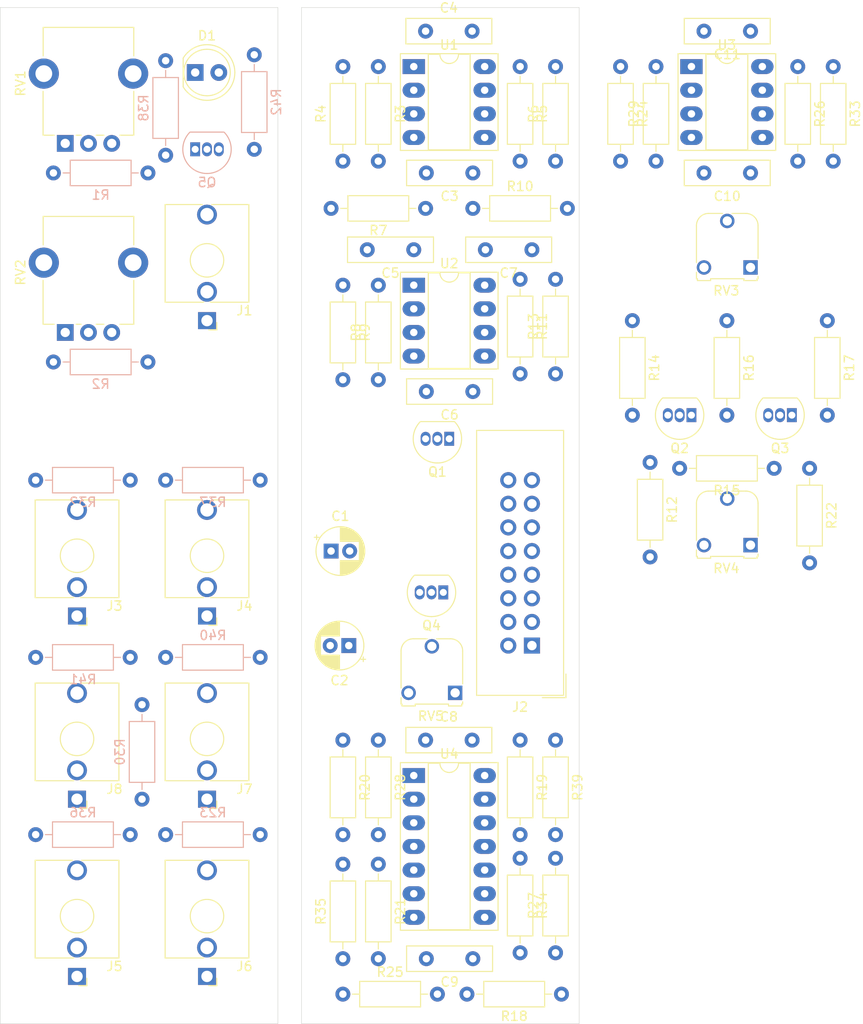
<source format=kicad_pcb>
(kicad_pcb (version 20171130) (host pcbnew "(5.1.2)-2")
  (layers (0 F.Cu signal) (31 B.Cu signal) (34 B.Paste user) (35 F.Paste user) (36 B.SilkS user) (37 F.SilkS user) (38 B.Mask user) (39 F.Mask user) (44 Edge.Cuts user))
  (net 0 "")
  (net 1 GND)
  (net 2 +12V)
  (net 3 -12V)
  (net 4 "Net-(C7-Pad2)")
  (net 5 "Net-(C7-Pad1)")
  (net 6 "Net-(D1-Pad1)")
  (net 7 "Net-(J1-PadT)")
  (net 8 "Net-(J2-Pad16)")
  (net 9 "Net-(J2-Pad15)")
  (net 10 "Net-(J2-Pad14)")
  (net 11 "Net-(J2-Pad13)")
  (net 12 "Net-(J2-Pad12)")
  (net 13 "Net-(J2-Pad11)")
  (net 14 "Net-(J3-PadT)")
  (net 15 "Net-(J4-PadT)")
  (net 16 "Net-(J5-PadT)")
  (net 17 "Net-(J6-PadT)")
  (net 18 "Net-(J7-PadT)")
  (net 19 "Net-(J8-PadT)")
  (net 20 "Net-(Q1-Pad1)")
  (net 21 "Net-(Q1-Pad2)")
  (net 22 "Net-(Q2-Pad1)")
  (net 23 "Net-(Q2-Pad3)")
  (net 24 "Net-(Q2-Pad2)")
  (net 25 "Net-(Q3-Pad1)")
  (net 26 "Net-(Q3-Pad3)")
  (net 27 "Net-(Q3-Pad2)")
  (net 28 "Net-(Q4-Pad1)")
  (net 29 "Net-(Q4-Pad2)")
  (net 30 "Net-(Q5-Pad3)")
  (net 31 "Net-(Q5-Pad2)")
  (net 32 "Net-(R1-Pad2)")
  (net 33 "Net-(R1-Pad1)")
  (net 34 "Net-(R2-Pad2)")
  (net 35 "Net-(R3-Pad1)")
  (net 36 "Net-(R4-Pad1)")
  (net 37 "Net-(R5-Pad1)")
  (net 38 "Net-(R7-Pad1)")
  (net 39 "Net-(R10-Pad2)")
  (net 40 "Net-(R11-Pad2)")
  (net 41 "Net-(R16-Pad2)")
  (net 42 "Net-(R19-Pad2)")
  (net 43 "Net-(R20-Pad2)")
  (net 44 "Net-(R25-Pad2)")
  (net 45 "Net-(R26-Pad1)")
  (net 46 "Net-(R27-Pad2)")
  (net 47 "Net-(R27-Pad1)")
  (net 48 "Net-(R28-Pad2)")
  (net 49 "Net-(R29-Pad1)")
  (net 50 "Net-(R33-Pad1)")
  (net 51 "Net-(R34-Pad2)")
  (net 52 "Net-(R35-Pad2)")
  (net 53 "Net-(R39-Pad1)")
  (net 54 "Net-(RV5-Pad3)")
  (module Resistor_THT:R_Axial_DIN0207_L6.3mm_D2.5mm_P10.16mm_Horizontal (layer B.Cu) (at 88.265 73.66)
    (fp_text reference R37 (at 5.08 2.37) (layer B.SilkS) (effects (justify mirror)))
    (fp_text value 1k)
    (pad 2 thru_hole oval (at 10.16 0) (size 1.6 1.6) (drill 0.8) (layers *.Cu *.Mask) (net 50 "Net-(R33-Pad1)"))
    (pad 1 thru_hole circle (at 0 0) (size 1.6 1.6) (drill 0.8) (layers *.Cu *.Mask) (net 15 "Net-(J4-PadT)"))
  )
  (module Resistor_THT:R_Axial_DIN0207_L6.3mm_D2.5mm_P10.16mm_Horizontal (layer F.Cu) (at 107.315 128.905)
    (fp_text reference R25 (at 5.08 -2.37 180) (layer F.SilkS))
    (fp_text value 100k)
    (pad 2 thru_hole oval (at 10.16 0) (size 1.6 1.6) (drill 0.8) (layers *.Cu *.Mask) (net 44 "Net-(R25-Pad2)"))
    (pad 1 thru_hole circle (at 0 0) (size 1.6 1.6) (drill 0.8) (layers *.Cu *.Mask) (net 43 "Net-(R20-Pad2)"))
  )
  (module Resistor_THT:R_Axial_DIN0207_L6.3mm_D2.5mm_P10.16mm_Horizontal (layer B.Cu) (at 97.79 38.1 90)
    (fp_text reference R42 (at 5.08 2.37 90) (layer B.SilkS) (effects (justify mirror)))
    (fp_text value 1k)
    (pad 2 thru_hole oval (at 10.16 0 90) (size 1.6 1.6) (drill 0.8) (layers *.Cu *.Mask) (net 1 GND))
    (pad 1 thru_hole circle (at 0 0 90) (size 1.6 1.6) (drill 0.8) (layers *.Cu *.Mask) (net 30 "Net-(Q5-Pad3)"))
  )
  (module Resistor_THT:R_Axial_DIN0207_L6.3mm_D2.5mm_P10.16mm_Horizontal (layer B.Cu) (at 74.295 92.71)
    (fp_text reference R41 (at 5.08 2.37) (layer B.SilkS) (effects (justify mirror)))
    (fp_text value 1k)
    (pad 2 thru_hole oval (at 10.16 0) (size 1.6 1.6) (drill 0.8) (layers *.Cu *.Mask) (net 53 "Net-(R39-Pad1)"))
    (pad 1 thru_hole circle (at 0 0) (size 1.6 1.6) (drill 0.8) (layers *.Cu *.Mask) (net 19 "Net-(J8-PadT)"))
  )
  (module Resistor_THT:R_Axial_DIN0207_L6.3mm_D2.5mm_P10.16mm_Horizontal (layer B.Cu) (at 98.425 92.71 180)
    (fp_text reference R40 (at 5.08 2.37) (layer B.SilkS) (effects (justify mirror)))
    (fp_text value 1k)
    (pad 2 thru_hole oval (at 10.16 0 180) (size 1.6 1.6) (drill 0.8) (layers *.Cu *.Mask) (net 18 "Net-(J7-PadT)"))
    (pad 1 thru_hole circle (at 0 0 180) (size 1.6 1.6) (drill 0.8) (layers *.Cu *.Mask) (net 51 "Net-(R34-Pad2)"))
  )
  (module Resistor_THT:R_Axial_DIN0207_L6.3mm_D2.5mm_P10.16mm_Horizontal (layer F.Cu) (at 130.175 101.6 270)
    (fp_text reference R39 (at 5.08 -2.37 270) (layer F.SilkS))
    (fp_text value 10k)
    (pad 2 thru_hole oval (at 10.16 0 270) (size 1.6 1.6) (drill 0.8) (layers *.Cu *.Mask) (net 52 "Net-(R35-Pad2)"))
    (pad 1 thru_hole circle (at 0 0 270) (size 1.6 1.6) (drill 0.8) (layers *.Cu *.Mask) (net 53 "Net-(R39-Pad1)"))
  )
  (module Resistor_THT:R_Axial_DIN0207_L6.3mm_D2.5mm_P10.16mm_Horizontal (layer B.Cu) (at 88.265 28.575 270)
    (fp_text reference R38 (at 5.08 2.37 90) (layer B.SilkS) (effects (justify mirror)))
    (fp_text value 10k)
    (pad 2 thru_hole oval (at 10.16 0 270) (size 1.6 1.6) (drill 0.8) (layers *.Cu *.Mask) (net 31 "Net-(Q5-Pad2)"))
    (pad 1 thru_hole circle (at 0 0 270) (size 1.6 1.6) (drill 0.8) (layers *.Cu *.Mask) (net 5 "Net-(C7-Pad1)"))
  )
  (module Resistor_THT:R_Axial_DIN0207_L6.3mm_D2.5mm_P10.16mm_Horizontal (layer B.Cu) (at 84.455 111.76 180)
    (fp_text reference R36 (at 5.08 2.37) (layer B.SilkS) (effects (justify mirror)))
    (fp_text value 1k)
    (pad 2 thru_hole oval (at 10.16 0 180) (size 1.6 1.6) (drill 0.8) (layers *.Cu *.Mask) (net 16 "Net-(J5-PadT)"))
    (pad 1 thru_hole circle (at 0 0 180) (size 1.6 1.6) (drill 0.8) (layers *.Cu *.Mask) (net 5 "Net-(C7-Pad1)"))
  )
  (module Resistor_THT:R_Axial_DIN0207_L6.3mm_D2.5mm_P10.16mm_Horizontal (layer F.Cu) (at 107.315 125.095 90)
    (fp_text reference R35 (at 5.08 -2.37 270) (layer F.SilkS))
    (fp_text value 10k)
    (pad 2 thru_hole oval (at 10.16 0 90) (size 1.6 1.6) (drill 0.8) (layers *.Cu *.Mask) (net 52 "Net-(R35-Pad2)"))
    (pad 1 thru_hole circle (at 0 0 90) (size 1.6 1.6) (drill 0.8) (layers *.Cu *.Mask) (net 51 "Net-(R34-Pad2)"))
  )
  (module Resistor_THT:R_Axial_DIN0207_L6.3mm_D2.5mm_P10.16mm_Horizontal (layer F.Cu) (at 126.365 114.3 270)
    (fp_text reference R34 (at 5.08 -2.37 270) (layer F.SilkS))
    (fp_text value 10k)
    (pad 2 thru_hole oval (at 10.16 0 270) (size 1.6 1.6) (drill 0.8) (layers *.Cu *.Mask) (net 51 "Net-(R34-Pad2)"))
    (pad 1 thru_hole circle (at 0 0 270) (size 1.6 1.6) (drill 0.8) (layers *.Cu *.Mask) (net 48 "Net-(R28-Pad2)"))
  )
  (module Resistor_THT:R_Axial_DIN0207_L6.3mm_D2.5mm_P10.16mm_Horizontal (layer F.Cu) (at 160.02 29.21 270)
    (fp_text reference R33 (at 5.08 -2.37 270) (layer F.SilkS))
    (fp_text value 10k)
    (pad 2 thru_hole oval (at 10.16 0 270) (size 1.6 1.6) (drill 0.8) (layers *.Cu *.Mask) (net 49 "Net-(R29-Pad1)"))
    (pad 1 thru_hole circle (at 0 0 270) (size 1.6 1.6) (drill 0.8) (layers *.Cu *.Mask) (net 50 "Net-(R33-Pad1)"))
  )
  (module Resistor_THT:R_Axial_DIN0207_L6.3mm_D2.5mm_P10.16mm_Horizontal (layer B.Cu) (at 74.295 73.66)
    (fp_text reference R32 (at 5.08 2.37) (layer B.SilkS) (effects (justify mirror)))
    (fp_text value 1k)
    (pad 2 thru_hole oval (at 10.16 0) (size 1.6 1.6) (drill 0.8) (layers *.Cu *.Mask) (net 45 "Net-(R26-Pad1)"))
    (pad 1 thru_hole circle (at 0 0) (size 1.6 1.6) (drill 0.8) (layers *.Cu *.Mask) (net 14 "Net-(J3-PadT)"))
  )
  (module Resistor_THT:R_Axial_DIN0207_L6.3mm_D2.5mm_P10.16mm_Horizontal (layer B.Cu) (at 85.725 97.79 270)
    (fp_text reference R30 (at 5.08 2.37 90) (layer B.SilkS) (effects (justify mirror)))
    (fp_text value 100k)
    (pad 2 thru_hole oval (at 10.16 0 270) (size 1.6 1.6) (drill 0.8) (layers *.Cu *.Mask) (net 1 GND))
    (pad 1 thru_hole circle (at 0 0 270) (size 1.6 1.6) (drill 0.8) (layers *.Cu *.Mask) (net 17 "Net-(J6-PadT)"))
  )
  (module Resistor_THT:R_Axial_DIN0207_L6.3mm_D2.5mm_P10.16mm_Horizontal (layer F.Cu) (at 140.97 39.37 90)
    (fp_text reference R29 (at 5.08 -2.37 270) (layer F.SilkS))
    (fp_text value 10k)
    (pad 2 thru_hole oval (at 10.16 0 90) (size 1.6 1.6) (drill 0.8) (layers *.Cu *.Mask) (net 45 "Net-(R26-Pad1)"))
    (pad 1 thru_hole circle (at 0 0 90) (size 1.6 1.6) (drill 0.8) (layers *.Cu *.Mask) (net 49 "Net-(R29-Pad1)"))
  )
  (module Resistor_THT:R_Axial_DIN0207_L6.3mm_D2.5mm_P10.16mm_Horizontal (layer F.Cu) (at 111.125 101.6 270)
    (fp_text reference R28 (at 5.08 -2.37 270) (layer F.SilkS))
    (fp_text value 20k)
    (pad 2 thru_hole oval (at 10.16 0 270) (size 1.6 1.6) (drill 0.8) (layers *.Cu *.Mask) (net 48 "Net-(R28-Pad2)"))
    (pad 1 thru_hole circle (at 0 0 270) (size 1.6 1.6) (drill 0.8) (layers *.Cu *.Mask) (net 44 "Net-(R25-Pad2)"))
  )
  (module Resistor_THT:R_Axial_DIN0207_L6.3mm_D2.5mm_P10.16mm_Horizontal (layer F.Cu) (at 130.175 124.46 90)
    (fp_text reference R27 (at 5.08 -2.37 270) (layer F.SilkS))
    (fp_text value 50k)
    (pad 2 thru_hole oval (at 10.16 0 90) (size 1.6 1.6) (drill 0.8) (layers *.Cu *.Mask) (net 46 "Net-(R27-Pad2)"))
    (pad 1 thru_hole circle (at 0 0 90) (size 1.6 1.6) (drill 0.8) (layers *.Cu *.Mask) (net 47 "Net-(R27-Pad1)"))
  )
  (module Resistor_THT:R_Axial_DIN0207_L6.3mm_D2.5mm_P10.16mm_Horizontal (layer F.Cu) (at 156.21 29.21 270)
    (fp_text reference R26 (at 5.08 -2.37 270) (layer F.SilkS))
    (fp_text value 33k)
    (pad 2 thru_hole oval (at 10.16 0 270) (size 1.6 1.6) (drill 0.8) (layers *.Cu *.Mask) (net 22 "Net-(Q2-Pad1)"))
    (pad 1 thru_hole circle (at 0 0 270) (size 1.6 1.6) (drill 0.8) (layers *.Cu *.Mask) (net 45 "Net-(R26-Pad1)"))
  )
  (module Resistor_THT:R_Axial_DIN0207_L6.3mm_D2.5mm_P10.16mm_Horizontal (layer F.Cu) (at 137.16 29.21 270)
    (fp_text reference R24 (at 5.08 -2.37 270) (layer F.SilkS))
    (fp_text value 33k)
    (pad 2 thru_hole oval (at 10.16 0 270) (size 1.6 1.6) (drill 0.8) (layers *.Cu *.Mask) (net 1 GND))
    (pad 1 thru_hole circle (at 0 0 270) (size 1.6 1.6) (drill 0.8) (layers *.Cu *.Mask) (net 25 "Net-(Q3-Pad1)"))
  )
  (module Resistor_THT:R_Axial_DIN0207_L6.3mm_D2.5mm_P10.16mm_Horizontal (layer B.Cu) (at 98.425 111.76 180)
    (fp_text reference R23 (at 5.08 2.37) (layer B.SilkS) (effects (justify mirror)))
    (fp_text value 100k)
    (pad 2 thru_hole oval (at 10.16 0 180) (size 1.6 1.6) (drill 0.8) (layers *.Cu *.Mask) (net 17 "Net-(J6-PadT)"))
    (pad 1 thru_hole circle (at 0 0 180) (size 1.6 1.6) (drill 0.8) (layers *.Cu *.Mask) (net 39 "Net-(R10-Pad2)"))
  )
  (module Resistor_THT:R_Axial_DIN0207_L6.3mm_D2.5mm_P10.16mm_Horizontal (layer F.Cu) (at 157.48 72.39 270)
    (fp_text reference R22 (at 5.08 -2.37 270) (layer F.SilkS))
    (fp_text value 470)
    (pad 2 thru_hole oval (at 10.16 0 270) (size 1.6 1.6) (drill 0.8) (layers *.Cu *.Mask) (net 1 GND))
    (pad 1 thru_hole circle (at 0 0 270) (size 1.6 1.6) (drill 0.8) (layers *.Cu *.Mask) (net 27 "Net-(Q3-Pad2)"))
  )
  (module Resistor_THT:R_Axial_DIN0207_L6.3mm_D2.5mm_P10.16mm_Horizontal (layer F.Cu) (at 111.125 114.935 270)
    (fp_text reference R21 (at 5.08 -2.37 270) (layer F.SilkS))
    (fp_text value 100k)
    (pad 2 thru_hole oval (at 10.16 0 270) (size 1.6 1.6) (drill 0.8) (layers *.Cu *.Mask) (net 28 "Net-(Q4-Pad1)"))
    (pad 1 thru_hole circle (at 0 0 270) (size 1.6 1.6) (drill 0.8) (layers *.Cu *.Mask) (net 5 "Net-(C7-Pad1)"))
  )
  (module Resistor_THT:R_Axial_DIN0207_L6.3mm_D2.5mm_P10.16mm_Horizontal (layer F.Cu) (at 107.315 101.6 270)
    (fp_text reference R20 (at 5.08 -2.37 270) (layer F.SilkS))
    (fp_text value 100k)
    (pad 2 thru_hole oval (at 10.16 0 270) (size 1.6 1.6) (drill 0.8) (layers *.Cu *.Mask) (net 43 "Net-(R20-Pad2)"))
    (pad 1 thru_hole circle (at 0 0 270) (size 1.6 1.6) (drill 0.8) (layers *.Cu *.Mask) (net 5 "Net-(C7-Pad1)"))
  )
  (module Resistor_THT:R_Axial_DIN0207_L6.3mm_D2.5mm_P10.16mm_Horizontal (layer F.Cu) (at 126.365 101.6 270)
    (fp_text reference R19 (at 5.08 -2.37 270) (layer F.SilkS))
    (fp_text value 100k)
    (pad 2 thru_hole oval (at 10.16 0 270) (size 1.6 1.6) (drill 0.8) (layers *.Cu *.Mask) (net 42 "Net-(R19-Pad2)"))
    (pad 1 thru_hole circle (at 0 0 270) (size 1.6 1.6) (drill 0.8) (layers *.Cu *.Mask) (net 39 "Net-(R10-Pad2)"))
  )
  (module Resistor_THT:R_Axial_DIN0207_L6.3mm_D2.5mm_P10.16mm_Horizontal (layer F.Cu) (at 130.81 128.905 180)
    (fp_text reference R18 (at 5.08 -2.37 180) (layer F.SilkS))
    (fp_text value 10k)
    (pad 2 thru_hole oval (at 10.16 0 180) (size 1.6 1.6) (drill 0.8) (layers *.Cu *.Mask) (net 29 "Net-(Q4-Pad2)"))
    (pad 1 thru_hole circle (at 0 0 180) (size 1.6 1.6) (drill 0.8) (layers *.Cu *.Mask) (net 39 "Net-(R10-Pad2)"))
  )
  (module Resistor_THT:R_Axial_DIN0207_L6.3mm_D2.5mm_P10.16mm_Horizontal (layer F.Cu) (at 159.385 56.515 270)
    (fp_text reference R17 (at 5.08 -2.37 270) (layer F.SilkS))
    (fp_text value 10k)
    (pad 2 thru_hole oval (at 10.16 0 270) (size 1.6 1.6) (drill 0.8) (layers *.Cu *.Mask) (net 25 "Net-(Q3-Pad1)"))
    (pad 1 thru_hole circle (at 0 0 270) (size 1.6 1.6) (drill 0.8) (layers *.Cu *.Mask) (net 2 +12V))
  )
  (module Resistor_THT:R_Axial_DIN0207_L6.3mm_D2.5mm_P10.16mm_Horizontal (layer F.Cu) (at 148.59 56.515 270)
    (fp_text reference R16 (at 5.08 -2.37 270) (layer F.SilkS))
    (fp_text value 68k)
    (pad 2 thru_hole oval (at 10.16 0 270) (size 1.6 1.6) (drill 0.8) (layers *.Cu *.Mask) (net 41 "Net-(R16-Pad2)"))
    (pad 1 thru_hole circle (at 0 0 270) (size 1.6 1.6) (drill 0.8) (layers *.Cu *.Mask) (net 3 -12V))
  )
  (module Resistor_THT:R_Axial_DIN0207_L6.3mm_D2.5mm_P10.16mm_Horizontal (layer F.Cu) (at 153.67 72.39 180)
    (fp_text reference R15 (at 5.08 -2.37 180) (layer F.SilkS))
    (fp_text value 220)
    (pad 2 thru_hole oval (at 10.16 0 180) (size 1.6 1.6) (drill 0.8) (layers *.Cu *.Mask) (net 23 "Net-(Q2-Pad3)"))
    (pad 1 thru_hole circle (at 0 0 180) (size 1.6 1.6) (drill 0.8) (layers *.Cu *.Mask) (net 26 "Net-(Q3-Pad3)"))
  )
  (module Resistor_THT:R_Axial_DIN0207_L6.3mm_D2.5mm_P10.16mm_Horizontal (layer F.Cu) (at 138.43 56.515 270)
    (fp_text reference R14 (at 5.08 -2.37 90) (layer F.SilkS))
    (fp_text value 10k)
    (pad 2 thru_hole oval (at 10.16 0 270) (size 1.6 1.6) (drill 0.8) (layers *.Cu *.Mask) (net 22 "Net-(Q2-Pad1)"))
    (pad 1 thru_hole circle (at 0 0 270) (size 1.6 1.6) (drill 0.8) (layers *.Cu *.Mask) (net 2 +12V))
  )
  (module Resistor_THT:R_Axial_DIN0207_L6.3mm_D2.5mm_P10.16mm_Horizontal (layer F.Cu) (at 130.175 62.23 90)
    (fp_text reference R13 (at 5.08 -2.37 -90) (layer F.SilkS))
    (fp_text value 47k)
    (pad 2 thru_hole oval (at 10.16 0 90) (size 1.6 1.6) (drill 0.8) (layers *.Cu *.Mask) (net 39 "Net-(R10-Pad2)"))
    (pad 1 thru_hole circle (at 0 0 90) (size 1.6 1.6) (drill 0.8) (layers *.Cu *.Mask) (net 40 "Net-(R11-Pad2)"))
  )
  (module Resistor_THT:R_Axial_DIN0207_L6.3mm_D2.5mm_P10.16mm_Horizontal (layer F.Cu) (at 140.335 71.755 270)
    (fp_text reference R12 (at 5.08 -2.37 270) (layer F.SilkS))
    (fp_text value 470)
    (pad 2 thru_hole oval (at 10.16 0 270) (size 1.6 1.6) (drill 0.8) (layers *.Cu *.Mask) (net 1 GND))
    (pad 1 thru_hole circle (at 0 0 270) (size 1.6 1.6) (drill 0.8) (layers *.Cu *.Mask) (net 24 "Net-(Q2-Pad2)"))
  )
  (module Resistor_THT:R_Axial_DIN0207_L6.3mm_D2.5mm_P10.16mm_Horizontal (layer F.Cu) (at 126.365 52.07 270)
    (fp_text reference R11 (at 5.08 -2.37 270) (layer F.SilkS))
    (fp_text value 47k)
    (pad 2 thru_hole oval (at 10.16 0 270) (size 1.6 1.6) (drill 0.8) (layers *.Cu *.Mask) (net 40 "Net-(R11-Pad2)"))
    (pad 1 thru_hole circle (at 0 0 270) (size 1.6 1.6) (drill 0.8) (layers *.Cu *.Mask) (net 1 GND))
  )
  (module Resistor_THT:R_Axial_DIN0207_L6.3mm_D2.5mm_P10.16mm_Horizontal (layer F.Cu) (at 121.285 44.45)
    (fp_text reference R10 (at 5.08 -2.37 180) (layer F.SilkS))
    (fp_text value 10k)
    (pad 2 thru_hole oval (at 10.16 0) (size 1.6 1.6) (drill 0.8) (layers *.Cu *.Mask) (net 39 "Net-(R10-Pad2)"))
    (pad 1 thru_hole circle (at 0 0) (size 1.6 1.6) (drill 0.8) (layers *.Cu *.Mask) (net 21 "Net-(Q1-Pad2)"))
  )
  (module Resistor_THT:R_Axial_DIN0207_L6.3mm_D2.5mm_P10.16mm_Horizontal (layer F.Cu) (at 107.315 52.705 270)
    (fp_text reference R9 (at 5.08 -2.37 270) (layer F.SilkS))
    (fp_text value 47k)
    (pad 2 thru_hole oval (at 10.16 0 270) (size 1.6 1.6) (drill 0.8) (layers *.Cu *.Mask) (net 38 "Net-(R7-Pad1)"))
    (pad 1 thru_hole circle (at 0 0 270) (size 1.6 1.6) (drill 0.8) (layers *.Cu *.Mask) (net 1 GND))
  )
  (module Resistor_THT:R_Axial_DIN0207_L6.3mm_D2.5mm_P10.16mm_Horizontal (layer F.Cu) (at 111.125 62.865 90)
    (fp_text reference R8 (at 5.08 -2.37 270) (layer F.SilkS))
    (fp_text value 47k)
    (pad 2 thru_hole oval (at 10.16 0 90) (size 1.6 1.6) (drill 0.8) (layers *.Cu *.Mask) (net 4 "Net-(C7-Pad2)"))
    (pad 1 thru_hole circle (at 0 0 90) (size 1.6 1.6) (drill 0.8) (layers *.Cu *.Mask) (net 20 "Net-(Q1-Pad1)"))
  )
  (module Resistor_THT:R_Axial_DIN0207_L6.3mm_D2.5mm_P10.16mm_Horizontal (layer F.Cu) (at 116.205 44.45 180)
    (fp_text reference R7 (at 5.08 -2.37 180) (layer F.SilkS))
    (fp_text value 47k)
    (pad 2 thru_hole oval (at 10.16 0 180) (size 1.6 1.6) (drill 0.8) (layers *.Cu *.Mask) (net 37 "Net-(R5-Pad1)"))
    (pad 1 thru_hole circle (at 0 0 180) (size 1.6 1.6) (drill 0.8) (layers *.Cu *.Mask) (net 38 "Net-(R7-Pad1)"))
  )
  (module Resistor_THT:R_Axial_DIN0207_L6.3mm_D2.5mm_P10.16mm_Horizontal (layer F.Cu) (at 130.175 39.37 90)
    (fp_text reference R6 (at 5.08 -2.37 90) (layer F.SilkS))
    (fp_text value 100k)
    (pad 2 thru_hole oval (at 10.16 0 90) (size 1.6 1.6) (drill 0.8) (layers *.Cu *.Mask) (net 37 "Net-(R5-Pad1)"))
    (pad 1 thru_hole circle (at 0 0 90) (size 1.6 1.6) (drill 0.8) (layers *.Cu *.Mask) (net 4 "Net-(C7-Pad2)"))
  )
  (module Resistor_THT:R_Axial_DIN0207_L6.3mm_D2.5mm_P10.16mm_Horizontal (layer F.Cu) (at 126.365 29.21 270)
    (fp_text reference R5 (at 5.08 -2.37 270) (layer F.SilkS))
    (fp_text value 100k)
    (pad 2 thru_hole oval (at 10.16 0 270) (size 1.6 1.6) (drill 0.8) (layers *.Cu *.Mask) (net 36 "Net-(R4-Pad1)"))
    (pad 1 thru_hole circle (at 0 0 270) (size 1.6 1.6) (drill 0.8) (layers *.Cu *.Mask) (net 37 "Net-(R5-Pad1)"))
  )
  (module Resistor_THT:R_Axial_DIN0207_L6.3mm_D2.5mm_P10.16mm_Horizontal (layer F.Cu) (at 107.315 39.37 90)
    (fp_text reference R4 (at 5.08 -2.37 90) (layer F.SilkS))
    (fp_text value 100k)
    (pad 2 thru_hole oval (at 10.16 0 90) (size 1.6 1.6) (drill 0.8) (layers *.Cu *.Mask) (net 35 "Net-(R3-Pad1)"))
    (pad 1 thru_hole circle (at 0 0 90) (size 1.6 1.6) (drill 0.8) (layers *.Cu *.Mask) (net 36 "Net-(R4-Pad1)"))
  )
  (module Resistor_THT:R_Axial_DIN0207_L6.3mm_D2.5mm_P10.16mm_Horizontal (layer F.Cu) (at 111.125 29.21 270)
    (fp_text reference R3 (at 5.08 -2.37 270) (layer F.SilkS))
    (fp_text value 100k)
    (pad 2 thru_hole oval (at 10.16 0 270) (size 1.6 1.6) (drill 0.8) (layers *.Cu *.Mask) (net 33 "Net-(R1-Pad1)"))
    (pad 1 thru_hole circle (at 0 0 270) (size 1.6 1.6) (drill 0.8) (layers *.Cu *.Mask) (net 35 "Net-(R3-Pad1)"))
  )
  (module Resistor_THT:R_Axial_DIN0207_L6.3mm_D2.5mm_P10.16mm_Horizontal (layer B.Cu) (at 76.2 60.96)
    (fp_text reference R2 (at 5.08 2.37) (layer B.SilkS) (effects (justify mirror)))
    (fp_text value 100k)
    (pad 2 thru_hole oval (at 10.16 0) (size 1.6 1.6) (drill 0.8) (layers *.Cu *.Mask) (net 34 "Net-(R2-Pad2)"))
    (pad 1 thru_hole circle (at 0 0) (size 1.6 1.6) (drill 0.8) (layers *.Cu *.Mask) (net 33 "Net-(R1-Pad1)"))
  )
  (module Resistor_THT:R_Axial_DIN0207_L6.3mm_D2.5mm_P10.16mm_Horizontal (layer B.Cu) (at 76.2 40.64)
    (fp_text reference R1 (at 5.08 2.37) (layer B.SilkS) (effects (justify mirror)))
    (fp_text value 100k)
    (pad 2 thru_hole oval (at 10.16 0) (size 1.6 1.6) (drill 0.8) (layers *.Cu *.Mask) (net 32 "Net-(R1-Pad2)"))
    (pad 1 thru_hole circle (at 0 0) (size 1.6 1.6) (drill 0.8) (layers *.Cu *.Mask) (net 33 "Net-(R1-Pad1)"))
  )
  (module Package_DIP:DIP-14_W7.62mm_Socket_LongPads (layer F.Cu) (at 114.935 105.41)
    (fp_text reference U4 (at 3.81 -2.33 180) (layer F.SilkS))
    (fp_text value TL074)
    (pad 14 thru_hole oval (at 7.62 0) (size 2.4 1.6) (drill 0.8) (layers *.Cu *.Mask) (net 53 "Net-(R39-Pad1)"))
    (pad 7 thru_hole oval (at 0 15.24) (size 2.4 1.6) (drill 0.8) (layers *.Cu *.Mask) (net 51 "Net-(R34-Pad2)"))
    (pad 13 thru_hole oval (at 7.62 2.54) (size 2.4 1.6) (drill 0.8) (layers *.Cu *.Mask) (net 52 "Net-(R35-Pad2)"))
    (pad 6 thru_hole oval (at 0 12.7) (size 2.4 1.6) (drill 0.8) (layers *.Cu *.Mask) (net 48 "Net-(R28-Pad2)"))
    (pad 12 thru_hole oval (at 7.62 5.08) (size 2.4 1.6) (drill 0.8) (layers *.Cu *.Mask) (net 1 GND))
    (pad 5 thru_hole oval (at 0 10.16) (size 2.4 1.6) (drill 0.8) (layers *.Cu *.Mask) (net 47 "Net-(R27-Pad1)"))
    (pad 11 thru_hole oval (at 7.62 7.62) (size 2.4 1.6) (drill 0.8) (layers *.Cu *.Mask) (net 3 -12V))
    (pad 4 thru_hole oval (at 0 7.62) (size 2.4 1.6) (drill 0.8) (layers *.Cu *.Mask) (net 2 +12V))
    (pad 10 thru_hole oval (at 7.62 10.16) (size 2.4 1.6) (drill 0.8) (layers *.Cu *.Mask) (net 42 "Net-(R19-Pad2)"))
    (pad 3 thru_hole oval (at 0 5.08) (size 2.4 1.6) (drill 0.8) (layers *.Cu *.Mask) (net 28 "Net-(Q4-Pad1)"))
    (pad 9 thru_hole oval (at 7.62 12.7) (size 2.4 1.6) (drill 0.8) (layers *.Cu *.Mask) (net 46 "Net-(R27-Pad2)"))
    (pad 2 thru_hole oval (at 0 2.54) (size 2.4 1.6) (drill 0.8) (layers *.Cu *.Mask) (net 43 "Net-(R20-Pad2)"))
    (pad 8 thru_hole oval (at 7.62 15.24) (size 2.4 1.6) (drill 0.8) (layers *.Cu *.Mask) (net 46 "Net-(R27-Pad2)"))
    (pad 1 thru_hole rect (at 0 0) (size 2.4 1.6) (drill 0.8) (layers *.Cu *.Mask) (net 44 "Net-(R25-Pad2)"))
  )
  (module Package_DIP:DIP-8_W7.62mm_Socket_LongPads (layer F.Cu) (at 144.78 29.21)
    (fp_text reference U3 (at 3.81 -2.33) (layer F.SilkS))
    (fp_text value TL072)
    (pad 8 thru_hole oval (at 7.62 0) (size 2.4 1.6) (drill 0.8) (layers *.Cu *.Mask) (net 2 +12V))
    (pad 4 thru_hole oval (at 0 7.62) (size 2.4 1.6) (drill 0.8) (layers *.Cu *.Mask) (net 3 -12V))
    (pad 7 thru_hole oval (at 7.62 2.54) (size 2.4 1.6) (drill 0.8) (layers *.Cu *.Mask) (net 50 "Net-(R33-Pad1)"))
    (pad 3 thru_hole oval (at 0 5.08) (size 2.4 1.6) (drill 0.8) (layers *.Cu *.Mask) (net 25 "Net-(Q3-Pad1)"))
    (pad 6 thru_hole oval (at 7.62 5.08) (size 2.4 1.6) (drill 0.8) (layers *.Cu *.Mask) (net 49 "Net-(R29-Pad1)"))
    (pad 2 thru_hole oval (at 0 2.54) (size 2.4 1.6) (drill 0.8) (layers *.Cu *.Mask) (net 22 "Net-(Q2-Pad1)"))
    (pad 5 thru_hole oval (at 7.62 7.62) (size 2.4 1.6) (drill 0.8) (layers *.Cu *.Mask) (net 1 GND))
    (pad 1 thru_hole rect (at 0 0) (size 2.4 1.6) (drill 0.8) (layers *.Cu *.Mask) (net 45 "Net-(R26-Pad1)"))
  )
  (module Package_DIP:DIP-8_W7.62mm_Socket_LongPads (layer F.Cu) (at 114.935 52.705)
    (fp_text reference U2 (at 3.81 -2.33 180) (layer F.SilkS))
    (fp_text value TL072)
    (pad 8 thru_hole oval (at 7.62 0) (size 2.4 1.6) (drill 0.8) (layers *.Cu *.Mask) (net 2 +12V))
    (pad 4 thru_hole oval (at 0 7.62) (size 2.4 1.6) (drill 0.8) (layers *.Cu *.Mask) (net 3 -12V))
    (pad 7 thru_hole oval (at 7.62 2.54) (size 2.4 1.6) (drill 0.8) (layers *.Cu *.Mask) (net 39 "Net-(R10-Pad2)"))
    (pad 3 thru_hole oval (at 0 5.08) (size 2.4 1.6) (drill 0.8) (layers *.Cu *.Mask) (net 38 "Net-(R7-Pad1)"))
    (pad 6 thru_hole oval (at 7.62 5.08) (size 2.4 1.6) (drill 0.8) (layers *.Cu *.Mask) (net 5 "Net-(C7-Pad1)"))
    (pad 2 thru_hole oval (at 0 2.54) (size 2.4 1.6) (drill 0.8) (layers *.Cu *.Mask) (net 4 "Net-(C7-Pad2)"))
    (pad 5 thru_hole oval (at 7.62 7.62) (size 2.4 1.6) (drill 0.8) (layers *.Cu *.Mask) (net 40 "Net-(R11-Pad2)"))
    (pad 1 thru_hole rect (at 0 0) (size 2.4 1.6) (drill 0.8) (layers *.Cu *.Mask) (net 5 "Net-(C7-Pad1)"))
  )
  (module Package_DIP:DIP-8_W7.62mm_Socket_LongPads (layer F.Cu) (at 114.935 29.21)
    (fp_text reference U1 (at 3.81 -2.33 180) (layer F.SilkS))
    (fp_text value TL072)
    (pad 8 thru_hole oval (at 7.62 0) (size 2.4 1.6) (drill 0.8) (layers *.Cu *.Mask) (net 2 +12V))
    (pad 4 thru_hole oval (at 0 7.62) (size 2.4 1.6) (drill 0.8) (layers *.Cu *.Mask) (net 3 -12V))
    (pad 7 thru_hole oval (at 7.62 2.54) (size 2.4 1.6) (drill 0.8) (layers *.Cu *.Mask) (net 37 "Net-(R5-Pad1)"))
    (pad 3 thru_hole oval (at 0 5.08) (size 2.4 1.6) (drill 0.8) (layers *.Cu *.Mask) (net 1 GND))
    (pad 6 thru_hole oval (at 7.62 5.08) (size 2.4 1.6) (drill 0.8) (layers *.Cu *.Mask) (net 36 "Net-(R4-Pad1)"))
    (pad 2 thru_hole oval (at 0 2.54) (size 2.4 1.6) (drill 0.8) (layers *.Cu *.Mask) (net 33 "Net-(R1-Pad1)"))
    (pad 5 thru_hole oval (at 7.62 7.62) (size 2.4 1.6) (drill 0.8) (layers *.Cu *.Mask) (net 1 GND))
    (pad 1 thru_hole rect (at 0 0) (size 2.4 1.6) (drill 0.8) (layers *.Cu *.Mask) (net 35 "Net-(R3-Pad1)"))
  )
  (module Potentiometer_THT:Potentiometer_Runtron_RM-065_Vertical (layer F.Cu) (at 119.38 96.52 180)
    (fp_text reference RV5 (at 2.6 -2.5) (layer F.SilkS))
    (fp_text value 20k)
    (pad 2 thru_hole circle (at 2.5 5 180) (size 1.55 1.55) (drill 1) (layers *.Cu *.Mask) (net 1 GND))
    (pad 1 thru_hole rect (at 0 0 180) (size 1.55 1.55) (drill 1) (layers *.Cu *.Mask) (net 47 "Net-(R27-Pad1)"))
    (pad 3 thru_hole circle (at 5 0 180) (size 1.55 1.55) (drill 1) (layers *.Cu *.Mask) (net 54 "Net-(RV5-Pad3)"))
  )
  (module Potentiometer_THT:Potentiometer_Runtron_RM-065_Vertical (layer F.Cu) (at 151.13 80.645 180)
    (fp_text reference RV4 (at 2.6 -2.5) (layer F.SilkS))
    (fp_text value 50k)
    (pad 2 thru_hole circle (at 2.5 5 180) (size 1.55 1.55) (drill 1) (layers *.Cu *.Mask) (net 41 "Net-(R16-Pad2)"))
    (pad 1 thru_hole rect (at 0 0 180) (size 1.55 1.55) (drill 1) (layers *.Cu *.Mask) (net 26 "Net-(Q3-Pad3)"))
    (pad 3 thru_hole circle (at 5 0 180) (size 1.55 1.55) (drill 1) (layers *.Cu *.Mask) (net 23 "Net-(Q2-Pad3)"))
  )
  (module Potentiometer_THT:Potentiometer_Runtron_RM-065_Vertical (layer F.Cu) (at 151.13 50.8 180)
    (fp_text reference RV3 (at 2.6 -2.5) (layer F.SilkS))
    (fp_text value 100k)
    (pad 2 thru_hole circle (at 2.5 5 180) (size 1.55 1.55) (drill 1) (layers *.Cu *.Mask) (net 5 "Net-(C7-Pad1)"))
    (pad 1 thru_hole rect (at 0 0 180) (size 1.55 1.55) (drill 1) (layers *.Cu *.Mask) (net 5 "Net-(C7-Pad1)"))
    (pad 3 thru_hole circle (at 5 0 180) (size 1.55 1.55) (drill 1) (layers *.Cu *.Mask) (net 24 "Net-(Q2-Pad2)"))
  )
  (module Potentiometer_THT:Potentiometer_Alpha_RD901F-40-00D_Single_Vertical_CircularHoles (layer F.Cu) (at 77.47 57.785 90)
    (fp_text reference RV2 (at 6.45 -4.8 270) (layer F.SilkS))
    (fp_text value "CV AMOUNT")
    (pad "" thru_hole circle (at 7.5 -2.3 180) (size 3.24 3.24) (drill 1.8) (layers *.Cu *.Mask))
    (pad "" thru_hole circle (at 7.5 7.3 180) (size 3.24 3.24) (drill 1.8) (layers *.Cu *.Mask))
    (pad 3 thru_hole circle (at 0 5 180) (size 1.8 1.8) (drill 1) (layers *.Cu *.Mask) (net 1 GND))
    (pad 2 thru_hole circle (at 0 2.5 180) (size 1.8 1.8) (drill 1) (layers *.Cu *.Mask) (net 34 "Net-(R2-Pad2)"))
    (pad 1 thru_hole rect (at 0 0 180) (size 1.8 1.8) (drill 1) (layers *.Cu *.Mask) (net 7 "Net-(J1-PadT)"))
  )
  (module Potentiometer_THT:Potentiometer_Alpha_RD901F-40-00D_Single_Vertical_CircularHoles (layer F.Cu) (at 77.47 37.465 90)
    (fp_text reference RV1 (at 6.45 -4.8 270) (layer F.SilkS))
    (fp_text value SPEED)
    (pad "" thru_hole circle (at 7.5 -2.3 180) (size 3.24 3.24) (drill 1.8) (layers *.Cu *.Mask))
    (pad "" thru_hole circle (at 7.5 7.3 180) (size 3.24 3.24) (drill 1.8) (layers *.Cu *.Mask))
    (pad 3 thru_hole circle (at 0 5 180) (size 1.8 1.8) (drill 1) (layers *.Cu *.Mask) (net 1 GND))
    (pad 2 thru_hole circle (at 0 2.5 180) (size 1.8 1.8) (drill 1) (layers *.Cu *.Mask) (net 32 "Net-(R1-Pad2)"))
    (pad 1 thru_hole rect (at 0 0 180) (size 1.8 1.8) (drill 1) (layers *.Cu *.Mask) (net 2 +12V))
  )
  (module Package_TO_SOT_THT:TO-92_Inline (layer B.Cu) (at 91.44 38.1)
    (fp_text reference Q5 (at 1.27 3.56) (layer B.SilkS) (effects (justify mirror)))
    (fp_text value BC550)
    (pad 1 thru_hole rect (at 0 0) (size 1.05 1.5) (drill 0.75) (layers *.Cu *.Mask) (net 6 "Net-(D1-Pad1)"))
    (pad 3 thru_hole oval (at 2.54 0) (size 1.05 1.5) (drill 0.75) (layers *.Cu *.Mask) (net 30 "Net-(Q5-Pad3)"))
    (pad 2 thru_hole oval (at 1.27 0) (size 1.05 1.5) (drill 0.75) (layers *.Cu *.Mask) (net 31 "Net-(Q5-Pad2)"))
  )
  (module Package_TO_SOT_THT:TO-92_Inline (layer F.Cu) (at 118.11 85.725 180)
    (fp_text reference Q4 (at 1.27 -3.56) (layer F.SilkS))
    (fp_text value BC550)
    (pad 1 thru_hole rect (at 0 0 180) (size 1.05 1.5) (drill 0.75) (layers *.Cu *.Mask) (net 28 "Net-(Q4-Pad1)"))
    (pad 3 thru_hole oval (at 2.54 0 180) (size 1.05 1.5) (drill 0.75) (layers *.Cu *.Mask) (net 1 GND))
    (pad 2 thru_hole oval (at 1.27 0 180) (size 1.05 1.5) (drill 0.75) (layers *.Cu *.Mask) (net 29 "Net-(Q4-Pad2)"))
  )
  (module Package_TO_SOT_THT:TO-92_Inline (layer F.Cu) (at 155.575 66.675 180)
    (fp_text reference Q3 (at 1.27 -3.56) (layer F.SilkS))
    (fp_text value BC550)
    (pad 1 thru_hole rect (at 0 0 180) (size 1.05 1.5) (drill 0.75) (layers *.Cu *.Mask) (net 25 "Net-(Q3-Pad1)"))
    (pad 3 thru_hole oval (at 2.54 0 180) (size 1.05 1.5) (drill 0.75) (layers *.Cu *.Mask) (net 26 "Net-(Q3-Pad3)"))
    (pad 2 thru_hole oval (at 1.27 0 180) (size 1.05 1.5) (drill 0.75) (layers *.Cu *.Mask) (net 27 "Net-(Q3-Pad2)"))
  )
  (module Package_TO_SOT_THT:TO-92_Inline (layer F.Cu) (at 144.78 66.675 180)
    (fp_text reference Q2 (at 1.27 -3.56) (layer F.SilkS))
    (fp_text value BC550)
    (pad 1 thru_hole rect (at 0 0 180) (size 1.05 1.5) (drill 0.75) (layers *.Cu *.Mask) (net 22 "Net-(Q2-Pad1)"))
    (pad 3 thru_hole oval (at 2.54 0 180) (size 1.05 1.5) (drill 0.75) (layers *.Cu *.Mask) (net 23 "Net-(Q2-Pad3)"))
    (pad 2 thru_hole oval (at 1.27 0 180) (size 1.05 1.5) (drill 0.75) (layers *.Cu *.Mask) (net 24 "Net-(Q2-Pad2)"))
  )
  (module Package_TO_SOT_THT:TO-92_Inline (layer F.Cu) (at 118.745 69.215 180)
    (fp_text reference Q1 (at 1.27 -3.56) (layer F.SilkS))
    (fp_text value BC550)
    (pad 1 thru_hole rect (at 0 0 180) (size 1.05 1.5) (drill 0.75) (layers *.Cu *.Mask) (net 20 "Net-(Q1-Pad1)"))
    (pad 3 thru_hole oval (at 2.54 0 180) (size 1.05 1.5) (drill 0.75) (layers *.Cu *.Mask) (net 1 GND))
    (pad 2 thru_hole oval (at 1.27 0 180) (size 1.05 1.5) (drill 0.75) (layers *.Cu *.Mask) (net 21 "Net-(Q1-Pad2)"))
  )
  (module Connector_Audio:Jack_3.5mm_QingPu_WQP-PJ398SM_Vertical_CircularHoles (layer F.Cu) (at 78.74 107.95 180)
    (fp_text reference J8 (at -4.03 1.08 180) (layer F.SilkS))
    (fp_text value "RAMP DOWN")
    (pad T thru_hole circle (at 0 11.4) (size 2.13 2.13) (drill 1.43) (layers *.Cu *.Mask) (net 19 "Net-(J8-PadT)"))
    (pad S thru_hole rect (at 0 0) (size 1.93 1.83) (drill 1.22) (layers *.Cu *.Mask) (net 1 GND))
    (pad TN thru_hole circle (at 0 3.1) (size 2.13 2.13) (drill 1.42) (layers *.Cu *.Mask))
  )
  (module Connector_Audio:Jack_3.5mm_QingPu_WQP-PJ398SM_Vertical_CircularHoles (layer F.Cu) (at 92.71 107.95 180)
    (fp_text reference J7 (at -4.03 1.08 180) (layer F.SilkS))
    (fp_text value "RAMP UP")
    (pad T thru_hole circle (at 0 11.4) (size 2.13 2.13) (drill 1.43) (layers *.Cu *.Mask) (net 18 "Net-(J7-PadT)"))
    (pad S thru_hole rect (at 0 0) (size 1.93 1.83) (drill 1.22) (layers *.Cu *.Mask) (net 1 GND))
    (pad TN thru_hole circle (at 0 3.1) (size 2.13 2.13) (drill 1.42) (layers *.Cu *.Mask))
  )
  (module Connector_Audio:Jack_3.5mm_QingPu_WQP-PJ398SM_Vertical_CircularHoles (layer F.Cu) (at 92.71 127 180)
    (fp_text reference J6 (at -4.03 1.08 180) (layer F.SilkS))
    (fp_text value SQR)
    (pad T thru_hole circle (at 0 11.4) (size 2.13 2.13) (drill 1.43) (layers *.Cu *.Mask) (net 17 "Net-(J6-PadT)"))
    (pad S thru_hole rect (at 0 0) (size 1.93 1.83) (drill 1.22) (layers *.Cu *.Mask) (net 1 GND))
    (pad TN thru_hole circle (at 0 3.1) (size 2.13 2.13) (drill 1.42) (layers *.Cu *.Mask))
  )
  (module Connector_Audio:Jack_3.5mm_QingPu_WQP-PJ398SM_Vertical_CircularHoles (layer F.Cu) (at 78.74 127 180)
    (fp_text reference J5 (at -4.03 1.08 180) (layer F.SilkS))
    (fp_text value TRI)
    (pad T thru_hole circle (at 0 11.4) (size 2.13 2.13) (drill 1.43) (layers *.Cu *.Mask) (net 16 "Net-(J5-PadT)"))
    (pad S thru_hole rect (at 0 0) (size 1.93 1.83) (drill 1.22) (layers *.Cu *.Mask) (net 1 GND))
    (pad TN thru_hole circle (at 0 3.1) (size 2.13 2.13) (drill 1.42) (layers *.Cu *.Mask))
  )
  (module Connector_Audio:Jack_3.5mm_QingPu_WQP-PJ398SM_Vertical_CircularHoles (layer F.Cu) (at 92.71 88.265 180)
    (fp_text reference J4 (at -4.03 1.08 180) (layer F.SilkS))
    (fp_text value COS)
    (pad T thru_hole circle (at 0 11.4) (size 2.13 2.13) (drill 1.43) (layers *.Cu *.Mask) (net 15 "Net-(J4-PadT)"))
    (pad S thru_hole rect (at 0 0) (size 1.93 1.83) (drill 1.22) (layers *.Cu *.Mask) (net 1 GND))
    (pad TN thru_hole circle (at 0 3.1) (size 2.13 2.13) (drill 1.42) (layers *.Cu *.Mask))
  )
  (module Connector_Audio:Jack_3.5mm_QingPu_WQP-PJ398SM_Vertical_CircularHoles (layer F.Cu) (at 78.74 88.265 180)
    (fp_text reference J3 (at -4.03 1.08 180) (layer F.SilkS))
    (fp_text value SIN)
    (pad T thru_hole circle (at 0 11.4) (size 2.13 2.13) (drill 1.43) (layers *.Cu *.Mask) (net 14 "Net-(J3-PadT)"))
    (pad S thru_hole rect (at 0 0) (size 1.93 1.83) (drill 1.22) (layers *.Cu *.Mask) (net 1 GND))
    (pad TN thru_hole circle (at 0 3.1) (size 2.13 2.13) (drill 1.42) (layers *.Cu *.Mask))
  )
  (module Connector_IDC:IDC-Header_2x08_P2.54mm_Vertical (layer F.Cu) (at 127.635 91.44 180)
    (fp_text reference J2 (at 1.27 -6.604 180) (layer F.SilkS))
    (fp_text value Conn_02x08_Odd_Even)
    (pad 16 thru_hole oval (at 2.54 17.78 180) (size 1.7272 1.7272) (drill 1.016) (layers *.Cu *.Mask) (net 8 "Net-(J2-Pad16)"))
    (pad 15 thru_hole oval (at 0 17.78 180) (size 1.7272 1.7272) (drill 1.016) (layers *.Cu *.Mask) (net 9 "Net-(J2-Pad15)"))
    (pad 14 thru_hole oval (at 2.54 15.24 180) (size 1.7272 1.7272) (drill 1.016) (layers *.Cu *.Mask) (net 10 "Net-(J2-Pad14)"))
    (pad 13 thru_hole oval (at 0 15.24 180) (size 1.7272 1.7272) (drill 1.016) (layers *.Cu *.Mask) (net 11 "Net-(J2-Pad13)"))
    (pad 12 thru_hole oval (at 2.54 12.7 180) (size 1.7272 1.7272) (drill 1.016) (layers *.Cu *.Mask) (net 12 "Net-(J2-Pad12)"))
    (pad 11 thru_hole oval (at 0 12.7 180) (size 1.7272 1.7272) (drill 1.016) (layers *.Cu *.Mask) (net 13 "Net-(J2-Pad11)"))
    (pad 10 thru_hole oval (at 2.54 10.16 180) (size 1.7272 1.7272) (drill 1.016) (layers *.Cu *.Mask) (net 2 +12V))
    (pad 9 thru_hole oval (at 0 10.16 180) (size 1.7272 1.7272) (drill 1.016) (layers *.Cu *.Mask) (net 2 +12V))
    (pad 8 thru_hole oval (at 2.54 7.62 180) (size 1.7272 1.7272) (drill 1.016) (layers *.Cu *.Mask) (net 1 GND))
    (pad 7 thru_hole oval (at 0 7.62 180) (size 1.7272 1.7272) (drill 1.016) (layers *.Cu *.Mask) (net 1 GND))
    (pad 6 thru_hole oval (at 2.54 5.08 180) (size 1.7272 1.7272) (drill 1.016) (layers *.Cu *.Mask) (net 1 GND))
    (pad 5 thru_hole oval (at 0 5.08 180) (size 1.7272 1.7272) (drill 1.016) (layers *.Cu *.Mask) (net 1 GND))
    (pad 4 thru_hole oval (at 2.54 2.54 180) (size 1.7272 1.7272) (drill 1.016) (layers *.Cu *.Mask) (net 1 GND))
    (pad 3 thru_hole oval (at 0 2.54 180) (size 1.7272 1.7272) (drill 1.016) (layers *.Cu *.Mask) (net 1 GND))
    (pad 2 thru_hole oval (at 2.54 0 180) (size 1.7272 1.7272) (drill 1.016) (layers *.Cu *.Mask) (net 3 -12V))
    (pad 1 thru_hole rect (at 0 0 180) (size 1.7272 1.7272) (drill 1.016) (layers *.Cu *.Mask) (net 3 -12V))
  )
  (module Connector_Audio:Jack_3.5mm_QingPu_WQP-PJ398SM_Vertical_CircularHoles (layer F.Cu) (at 92.71 56.515 180)
    (fp_text reference J1 (at -4.03 1.08 180) (layer F.SilkS))
    (fp_text value CV)
    (pad T thru_hole circle (at 0 11.4) (size 2.13 2.13) (drill 1.43) (layers *.Cu *.Mask) (net 7 "Net-(J1-PadT)"))
    (pad S thru_hole rect (at 0 0) (size 1.93 1.83) (drill 1.22) (layers *.Cu *.Mask) (net 1 GND))
    (pad TN thru_hole circle (at 0 3.1) (size 2.13 2.13) (drill 1.42) (layers *.Cu *.Mask))
  )
  (module LED_THT:LED_D5.0mm (layer F.Cu) (at 91.44 29.845)
    (fp_text reference D1 (at 1.27 -3.96) (layer F.SilkS))
    (fp_text value LED)
    (pad 2 thru_hole circle (at 2.54 0) (size 1.8 1.8) (drill 0.9) (layers *.Cu *.Mask) (net 2 +12V))
    (pad 1 thru_hole rect (at 0 0) (size 1.8 1.8) (drill 0.9) (layers *.Cu *.Mask) (net 6 "Net-(D1-Pad1)"))
  )
  (module Capacitor_THT:C_Disc_D9.0mm_W2.5mm_P5.00mm (layer F.Cu) (at 151.13 25.4 180)
    (fp_text reference C11 (at 2.5 -2.5) (layer F.SilkS))
    (fp_text value 100nf)
    (pad 2 thru_hole circle (at 5 0 180) (size 1.6 1.6) (drill 0.8) (layers *.Cu *.Mask) (net 1 GND))
    (pad 1 thru_hole circle (at 0 0 180) (size 1.6 1.6) (drill 0.8) (layers *.Cu *.Mask) (net 3 -12V))
  )
  (module Capacitor_THT:C_Disc_D9.0mm_W2.5mm_P5.00mm (layer F.Cu) (at 151.13 40.64 180)
    (fp_text reference C10 (at 2.5 -2.5) (layer F.SilkS))
    (fp_text value 100nf)
    (pad 2 thru_hole circle (at 5 0 180) (size 1.6 1.6) (drill 0.8) (layers *.Cu *.Mask) (net 2 +12V))
    (pad 1 thru_hole circle (at 0 0 180) (size 1.6 1.6) (drill 0.8) (layers *.Cu *.Mask) (net 1 GND))
  )
  (module Capacitor_THT:C_Disc_D9.0mm_W2.5mm_P5.00mm (layer F.Cu) (at 121.285 125.095 180)
    (fp_text reference C9 (at 2.5 -2.5) (layer F.SilkS))
    (fp_text value 100nf)
    (pad 2 thru_hole circle (at 5 0 180) (size 1.6 1.6) (drill 0.8) (layers *.Cu *.Mask) (net 1 GND))
    (pad 1 thru_hole circle (at 0 0 180) (size 1.6 1.6) (drill 0.8) (layers *.Cu *.Mask) (net 3 -12V))
  )
  (module Capacitor_THT:C_Disc_D9.0mm_W2.5mm_P5.00mm (layer F.Cu) (at 116.205 101.6)
    (fp_text reference C8 (at 2.5 -2.5) (layer F.SilkS))
    (fp_text value 100nf)
    (pad 2 thru_hole circle (at 5 0) (size 1.6 1.6) (drill 0.8) (layers *.Cu *.Mask) (net 2 +12V))
    (pad 1 thru_hole circle (at 0 0) (size 1.6 1.6) (drill 0.8) (layers *.Cu *.Mask) (net 1 GND))
  )
  (module Capacitor_THT:C_Disc_D9.0mm_W2.5mm_P5.00mm (layer F.Cu) (at 127.635 48.895 180)
    (fp_text reference C7 (at 2.5 -2.5) (layer F.SilkS))
    (fp_text value 100nf)
    (pad 2 thru_hole circle (at 5 0 180) (size 1.6 1.6) (drill 0.8) (layers *.Cu *.Mask) (net 4 "Net-(C7-Pad2)"))
    (pad 1 thru_hole circle (at 0 0 180) (size 1.6 1.6) (drill 0.8) (layers *.Cu *.Mask) (net 5 "Net-(C7-Pad1)"))
  )
  (module Capacitor_THT:C_Disc_D9.0mm_W2.5mm_P5.00mm (layer F.Cu) (at 121.285 64.135 180)
    (fp_text reference C6 (at 2.5 -2.5) (layer F.SilkS))
    (fp_text value 100nf)
    (pad 2 thru_hole circle (at 5 0 180) (size 1.6 1.6) (drill 0.8) (layers *.Cu *.Mask) (net 1 GND))
    (pad 1 thru_hole circle (at 0 0 180) (size 1.6 1.6) (drill 0.8) (layers *.Cu *.Mask) (net 3 -12V))
  )
  (module Capacitor_THT:C_Disc_D9.0mm_W2.5mm_P5.00mm (layer F.Cu) (at 114.935 48.895 180)
    (fp_text reference C5 (at 2.5 -2.5) (layer F.SilkS))
    (fp_text value 100nf)
    (pad 2 thru_hole circle (at 5 0 180) (size 1.6 1.6) (drill 0.8) (layers *.Cu *.Mask) (net 2 +12V))
    (pad 1 thru_hole circle (at 0 0 180) (size 1.6 1.6) (drill 0.8) (layers *.Cu *.Mask) (net 1 GND))
  )
  (module Capacitor_THT:C_Disc_D9.0mm_W2.5mm_P5.00mm (layer F.Cu) (at 116.205 25.4)
    (fp_text reference C4 (at 2.5 -2.5) (layer F.SilkS))
    (fp_text value 100nf)
    (pad 2 thru_hole circle (at 5 0) (size 1.6 1.6) (drill 0.8) (layers *.Cu *.Mask) (net 1 GND))
    (pad 1 thru_hole circle (at 0 0) (size 1.6 1.6) (drill 0.8) (layers *.Cu *.Mask) (net 3 -12V))
  )
  (module Capacitor_THT:C_Disc_D9.0mm_W2.5mm_P5.00mm (layer F.Cu) (at 121.285 40.64 180)
    (fp_text reference C3 (at 2.5 -2.5) (layer F.SilkS))
    (fp_text value 100nf)
    (pad 2 thru_hole circle (at 5 0 180) (size 1.6 1.6) (drill 0.8) (layers *.Cu *.Mask) (net 2 +12V))
    (pad 1 thru_hole circle (at 0 0 180) (size 1.6 1.6) (drill 0.8) (layers *.Cu *.Mask) (net 1 GND))
  )
  (module Capacitor_THT:CP_Radial_D5.0mm_P2.00mm (layer F.Cu) (at 107.95 91.44 180)
    (fp_text reference C2 (at 1 -3.75) (layer F.SilkS))
    (fp_text value 10uf)
    (pad 2 thru_hole circle (at 2 0 180) (size 1.6 1.6) (drill 0.8) (layers *.Cu *.Mask) (net 3 -12V))
    (pad 1 thru_hole rect (at 0 0 180) (size 1.6 1.6) (drill 0.8) (layers *.Cu *.Mask) (net 1 GND))
  )
  (module Capacitor_THT:CP_Radial_D5.0mm_P2.00mm (layer F.Cu) (at 106.045 81.28)
    (fp_text reference C1 (at 1 -3.75) (layer F.SilkS))
    (fp_text value 10uf)
    (pad 1 thru_hole rect (at 0 0) (size 1.6 1.6) (drill 0.8) (layers *.Cu *.Mask) (net 2 +12V))
    (pad 2 thru_hole circle (at 2 0) (size 1.6 1.6) (drill 0.8) (layers *.Cu *.Mask) (net 1 GND))
  )
  (gr_line (start 132.715 22.86) (end 102.87 22.86) (layer Edge.Cuts) (width 0.05))
  (gr_line (start 132.715 132.08) (end 132.715 22.86) (layer Edge.Cuts) (width 0.05))
  (gr_line (start 102.87 132.08) (end 132.715 132.08) (layer Edge.Cuts) (width 0.05))
  (gr_line (start 102.87 22.86) (end 102.87 132.08) (layer Edge.Cuts) (width 0.05))
  (gr_line (start 70.485 132.08) (end 70.485 22.86) (layer Edge.Cuts) (width 0.05))
  (gr_line (start 100.33 132.08) (end 70.485 132.08) (layer Edge.Cuts) (width 0.05))
  (gr_line (start 100.33 22.86) (end 100.33 132.08) (layer Edge.Cuts) (width 0.05))
  (gr_line (start 70.485 22.86) (end 100.33 22.86) (layer Edge.Cuts) (width 0.05))
)
</source>
